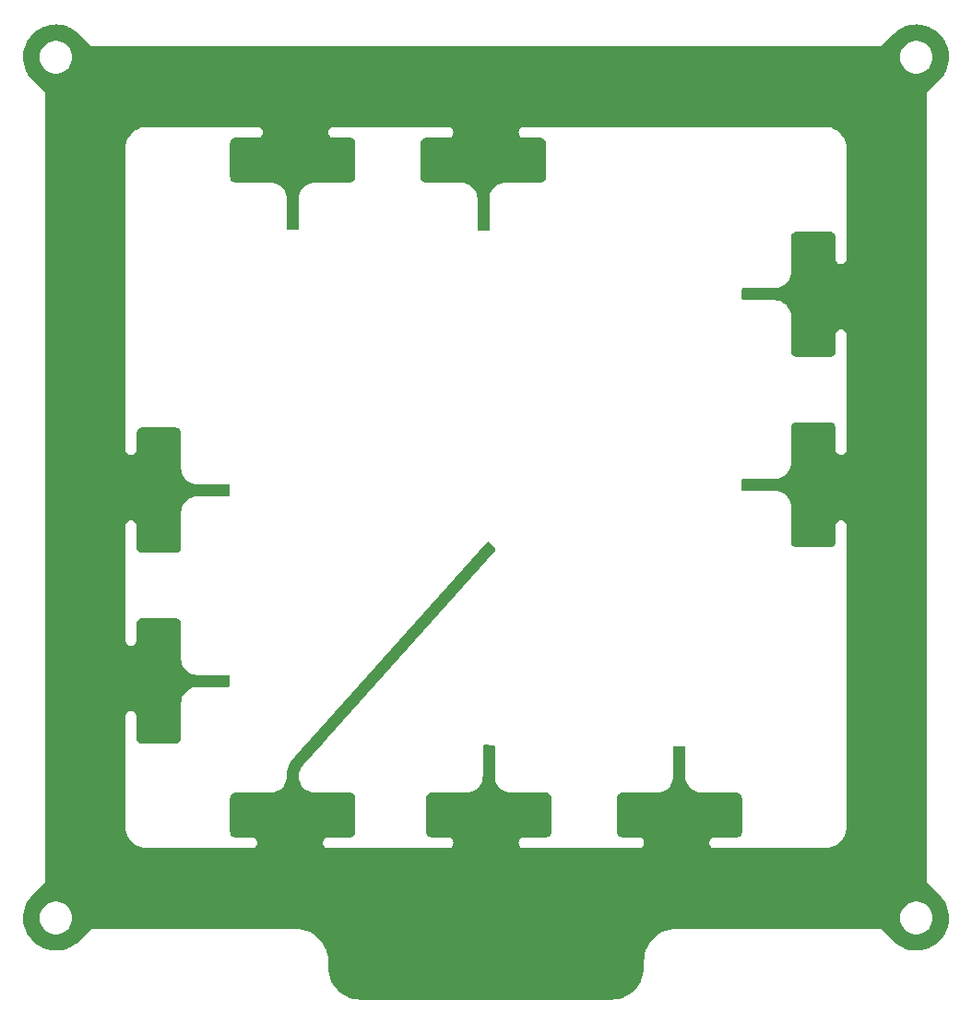
<source format=gbr>
G04 #@! TF.GenerationSoftware,KiCad,Pcbnew,7.0.2-6a45011f42~172~ubuntu22.04.1*
G04 #@! TF.CreationDate,2023-05-18T14:48:33+01:00*
G04 #@! TF.ProjectId,KX134_array,4b583133-345f-4617-9272-61792e6b6963,rev?*
G04 #@! TF.SameCoordinates,Original*
G04 #@! TF.FileFunction,Other,ECO2*
%FSLAX46Y46*%
G04 Gerber Fmt 4.6, Leading zero omitted, Abs format (unit mm)*
G04 Created by KiCad (PCBNEW 7.0.2-6a45011f42~172~ubuntu22.04.1) date 2023-05-18 14:48:33*
%MOMM*%
%LPD*%
G01*
G04 APERTURE LIST*
G04 APERTURE END LIST*
G36*
X207094453Y-40001899D02*
G01*
X207427601Y-40031046D01*
X207441869Y-40033136D01*
X207769381Y-40100762D01*
X207783309Y-40104494D01*
X208100762Y-40209686D01*
X208114164Y-40215010D01*
X208417259Y-40356345D01*
X208429951Y-40363189D01*
X208714582Y-40538753D01*
X208726394Y-40547023D01*
X208988720Y-40754443D01*
X208999492Y-40764030D01*
X209235969Y-41000507D01*
X209245556Y-41011279D01*
X209452976Y-41273605D01*
X209461246Y-41285417D01*
X209636810Y-41570048D01*
X209643654Y-41582740D01*
X209784989Y-41885835D01*
X209790313Y-41899237D01*
X209895505Y-42216690D01*
X209899237Y-42230618D01*
X209966863Y-42558130D01*
X209968953Y-42572398D01*
X209998100Y-42905546D01*
X209998520Y-42919959D01*
X209988794Y-43254248D01*
X209987537Y-43268614D01*
X209939067Y-43599507D01*
X209936151Y-43613629D01*
X209849594Y-43936663D01*
X209845058Y-43950350D01*
X209721589Y-44261141D01*
X209715495Y-44274210D01*
X209556777Y-44568571D01*
X209549207Y-44580844D01*
X209357391Y-44854787D01*
X209348447Y-44866099D01*
X209123757Y-45118581D01*
X209118715Y-45123919D01*
X207997640Y-46242638D01*
X207997639Y-46242641D01*
X208000000Y-118755000D01*
X209118812Y-119876167D01*
X209123670Y-119881321D01*
X209348447Y-120133900D01*
X209357391Y-120145212D01*
X209549207Y-120419155D01*
X209556777Y-120431428D01*
X209715495Y-120725789D01*
X209721589Y-120738858D01*
X209845058Y-121049649D01*
X209849594Y-121063336D01*
X209936151Y-121386370D01*
X209939067Y-121400492D01*
X209987537Y-121731385D01*
X209988794Y-121745751D01*
X209998520Y-122080040D01*
X209998100Y-122094453D01*
X209968953Y-122427601D01*
X209966863Y-122441869D01*
X209899237Y-122769381D01*
X209895505Y-122783309D01*
X209790313Y-123100762D01*
X209784989Y-123114164D01*
X209643654Y-123417259D01*
X209636810Y-123429951D01*
X209461246Y-123714582D01*
X209452976Y-123726394D01*
X209245556Y-123988720D01*
X209235969Y-123999492D01*
X208999492Y-124235969D01*
X208988720Y-124245556D01*
X208726394Y-124452976D01*
X208714582Y-124461246D01*
X208429951Y-124636810D01*
X208417259Y-124643654D01*
X208114164Y-124784989D01*
X208100762Y-124790313D01*
X207783309Y-124895505D01*
X207769381Y-124899237D01*
X207441869Y-124966863D01*
X207427601Y-124968953D01*
X207094453Y-124998100D01*
X207080040Y-124998520D01*
X206745751Y-124988794D01*
X206731385Y-124987537D01*
X206400492Y-124939067D01*
X206386370Y-124936151D01*
X206063336Y-124849594D01*
X206049649Y-124845058D01*
X205738858Y-124721589D01*
X205725789Y-124715495D01*
X205431428Y-124556777D01*
X205419155Y-124549207D01*
X205145212Y-124357391D01*
X205133900Y-124348447D01*
X204881418Y-124123757D01*
X204876080Y-124118715D01*
X203757360Y-122997640D01*
X203757358Y-122997639D01*
X185001418Y-122999674D01*
X184997940Y-122999772D01*
X184667274Y-123018401D01*
X184660381Y-123019179D01*
X184335592Y-123074394D01*
X184328835Y-123075937D01*
X184012270Y-123167169D01*
X184005708Y-123169466D01*
X183701369Y-123295555D01*
X183695091Y-123298579D01*
X183406782Y-123457948D01*
X183400896Y-123461647D01*
X183132234Y-123652299D01*
X183126794Y-123656638D01*
X182881174Y-123876162D01*
X182876250Y-123881086D01*
X182656751Y-124126727D01*
X182652411Y-124132170D01*
X182461781Y-124400858D01*
X182458097Y-124406721D01*
X182298745Y-124695068D01*
X182295727Y-124701334D01*
X182169662Y-125005699D01*
X182167370Y-125012252D01*
X182076175Y-125328812D01*
X182074627Y-125335596D01*
X182019444Y-125660382D01*
X182018668Y-125667274D01*
X182000096Y-125997950D01*
X182000000Y-126001403D01*
X182000000Y-126496519D01*
X181999805Y-126503472D01*
X181981527Y-126828941D01*
X181979970Y-126842759D01*
X181925950Y-127160695D01*
X181922856Y-127174252D01*
X181833576Y-127484148D01*
X181828983Y-127497272D01*
X181705572Y-127795215D01*
X181699539Y-127807744D01*
X181543538Y-128090006D01*
X181536139Y-128101780D01*
X181349528Y-128364783D01*
X181340859Y-128375655D01*
X181125960Y-128616127D01*
X181116127Y-128625960D01*
X180875655Y-128840859D01*
X180864783Y-128849528D01*
X180601780Y-129036139D01*
X180590006Y-129043538D01*
X180307744Y-129199539D01*
X180295215Y-129205572D01*
X179997272Y-129328983D01*
X179984148Y-129333576D01*
X179674252Y-129422856D01*
X179660695Y-129425950D01*
X179342759Y-129479970D01*
X179328941Y-129481527D01*
X179003472Y-129499805D01*
X178996519Y-129500000D01*
X156004567Y-129500000D01*
X155997616Y-129499805D01*
X155672073Y-129481528D01*
X155658248Y-129479970D01*
X155340238Y-129425924D01*
X155326678Y-129422828D01*
X155016731Y-129333511D01*
X155003604Y-129328917D01*
X154705590Y-129205443D01*
X154693059Y-129199407D01*
X154410755Y-129043339D01*
X154398979Y-129035937D01*
X154135938Y-128849242D01*
X154125065Y-128840568D01*
X153884574Y-128625578D01*
X153874741Y-128615742D01*
X153659843Y-128375177D01*
X153651174Y-128364301D01*
X153464575Y-128101191D01*
X153457177Y-128089412D01*
X153301212Y-127807048D01*
X153295181Y-127794516D01*
X153171819Y-127496465D01*
X153167229Y-127483335D01*
X153078023Y-127173349D01*
X153074932Y-127159788D01*
X153021002Y-126841750D01*
X153019450Y-126827928D01*
X153001283Y-126502391D01*
X153001090Y-126495437D01*
X153001269Y-126000778D01*
X153001174Y-125997338D01*
X152982681Y-125666518D01*
X152981907Y-125659633D01*
X152926810Y-125334704D01*
X152925263Y-125327917D01*
X152834125Y-125011218D01*
X152831828Y-125004648D01*
X152705791Y-124700144D01*
X152702780Y-124693887D01*
X152543427Y-124405408D01*
X152539729Y-124399520D01*
X152349079Y-124130716D01*
X152344734Y-124125266D01*
X152125180Y-123879510D01*
X152120258Y-123874587D01*
X151874555Y-123654962D01*
X151869113Y-123650621D01*
X151600356Y-123459896D01*
X151594472Y-123456198D01*
X151306035Y-123296768D01*
X151299782Y-123293756D01*
X150995304Y-123167635D01*
X150988736Y-123165337D01*
X150672047Y-123074110D01*
X150665286Y-123072568D01*
X150340377Y-123017384D01*
X150333466Y-123016606D01*
X150002680Y-122998063D01*
X149999202Y-122997966D01*
X131244999Y-123000000D01*
X130123832Y-124118812D01*
X130118678Y-124123670D01*
X129866099Y-124348447D01*
X129854787Y-124357391D01*
X129580844Y-124549207D01*
X129568571Y-124556777D01*
X129274210Y-124715495D01*
X129261141Y-124721589D01*
X128950350Y-124845058D01*
X128936663Y-124849594D01*
X128613629Y-124936151D01*
X128599507Y-124939067D01*
X128268614Y-124987537D01*
X128254248Y-124988794D01*
X127919959Y-124998520D01*
X127905546Y-124998100D01*
X127572398Y-124968953D01*
X127558130Y-124966863D01*
X127230618Y-124899237D01*
X127216690Y-124895505D01*
X126899237Y-124790313D01*
X126885835Y-124784989D01*
X126582740Y-124643654D01*
X126570048Y-124636810D01*
X126285417Y-124461246D01*
X126273605Y-124452976D01*
X126011279Y-124245556D01*
X126000507Y-124235969D01*
X125764030Y-123999492D01*
X125754443Y-123988720D01*
X125547023Y-123726394D01*
X125538753Y-123714582D01*
X125363189Y-123429951D01*
X125356345Y-123417259D01*
X125215010Y-123114164D01*
X125209686Y-123100762D01*
X125104494Y-122783309D01*
X125100762Y-122769381D01*
X125033136Y-122441869D01*
X125031046Y-122427601D01*
X125001899Y-122094453D01*
X125001479Y-122080040D01*
X125003808Y-122000000D01*
X126499999Y-122000000D01*
X126520457Y-122246887D01*
X126581275Y-122487051D01*
X126680789Y-122713923D01*
X126816286Y-122921315D01*
X126984081Y-123103588D01*
X127179572Y-123255746D01*
X127397460Y-123373661D01*
X127631768Y-123454099D01*
X127876132Y-123494877D01*
X128123868Y-123494877D01*
X128368231Y-123454099D01*
X128602539Y-123373661D01*
X128820427Y-123255746D01*
X129015918Y-123103588D01*
X129183713Y-122921315D01*
X129319210Y-122713923D01*
X129418724Y-122487051D01*
X129479542Y-122246887D01*
X129500000Y-122000000D01*
X205499999Y-122000000D01*
X205520457Y-122246887D01*
X205581275Y-122487051D01*
X205680789Y-122713923D01*
X205816286Y-122921315D01*
X205984081Y-123103588D01*
X206179572Y-123255746D01*
X206397460Y-123373661D01*
X206631768Y-123454099D01*
X206876132Y-123494877D01*
X207123868Y-123494877D01*
X207368231Y-123454099D01*
X207602539Y-123373661D01*
X207820427Y-123255746D01*
X208015918Y-123103588D01*
X208183713Y-122921315D01*
X208319210Y-122713923D01*
X208418724Y-122487051D01*
X208479542Y-122246887D01*
X208500000Y-122000000D01*
X208479542Y-121753112D01*
X208418724Y-121512948D01*
X208319210Y-121286076D01*
X208183713Y-121078684D01*
X208015918Y-120896411D01*
X207820427Y-120744253D01*
X207602539Y-120626338D01*
X207368231Y-120545900D01*
X207123868Y-120505123D01*
X206876132Y-120505123D01*
X206631768Y-120545900D01*
X206397460Y-120626338D01*
X206179572Y-120744253D01*
X205984081Y-120896411D01*
X205816286Y-121078684D01*
X205680789Y-121286076D01*
X205581275Y-121512948D01*
X205520457Y-121753112D01*
X205499999Y-122000000D01*
X129500000Y-122000000D01*
X129500000Y-121999999D01*
X129479542Y-121753112D01*
X129418724Y-121512948D01*
X129319210Y-121286076D01*
X129183713Y-121078684D01*
X129015918Y-120896411D01*
X128820427Y-120744253D01*
X128602539Y-120626338D01*
X128368231Y-120545900D01*
X128123868Y-120505123D01*
X127876132Y-120505123D01*
X127631768Y-120545900D01*
X127397460Y-120626338D01*
X127179572Y-120744253D01*
X126984081Y-120896411D01*
X126816286Y-121078684D01*
X126680789Y-121286076D01*
X126581275Y-121512948D01*
X126520457Y-121753112D01*
X126499999Y-122000000D01*
X125003808Y-122000000D01*
X125011205Y-121745751D01*
X125012462Y-121731385D01*
X125060932Y-121400492D01*
X125063848Y-121386370D01*
X125150405Y-121063336D01*
X125154941Y-121049649D01*
X125278410Y-120738858D01*
X125284504Y-120725789D01*
X125443222Y-120431428D01*
X125450792Y-120419155D01*
X125642608Y-120145212D01*
X125651552Y-120133900D01*
X125876242Y-119881418D01*
X125881284Y-119876080D01*
X127002359Y-118757361D01*
X127002360Y-118757358D01*
X127002192Y-113597783D01*
X134399999Y-113597783D01*
X134400157Y-113602207D01*
X134420357Y-113884630D01*
X134481012Y-114163459D01*
X134580738Y-114430832D01*
X134717493Y-114681282D01*
X134888500Y-114909721D01*
X135090275Y-115111496D01*
X135318719Y-115282508D01*
X135569166Y-115419261D01*
X135836539Y-115518987D01*
X136115368Y-115579642D01*
X136397789Y-115599841D01*
X136402215Y-115600000D01*
X145995947Y-115600000D01*
X146004019Y-115599470D01*
X146129410Y-115582962D01*
X146249999Y-115533013D01*
X146353553Y-115453553D01*
X146395788Y-115398513D01*
X146452216Y-115357311D01*
X146494163Y-115350000D01*
X152505836Y-115350000D01*
X152572875Y-115369685D01*
X152604212Y-115398514D01*
X152646445Y-115453554D01*
X152750000Y-115533014D01*
X152870589Y-115582963D01*
X152995980Y-115599471D01*
X153004053Y-115600000D01*
X163995946Y-115600000D01*
X164004019Y-115599470D01*
X164129410Y-115582962D01*
X164249999Y-115533013D01*
X164353553Y-115453553D01*
X164395788Y-115398513D01*
X164452216Y-115357311D01*
X164494163Y-115350000D01*
X170505836Y-115350000D01*
X170572875Y-115369685D01*
X170604212Y-115398514D01*
X170646445Y-115453554D01*
X170750000Y-115533014D01*
X170870589Y-115582963D01*
X170995980Y-115599471D01*
X171004053Y-115600000D01*
X181495946Y-115600000D01*
X181504019Y-115599470D01*
X181629410Y-115582962D01*
X181749999Y-115533013D01*
X181853553Y-115453553D01*
X181895788Y-115398513D01*
X181952216Y-115357311D01*
X181994163Y-115350000D01*
X188005836Y-115350000D01*
X188072875Y-115369685D01*
X188104212Y-115398514D01*
X188146445Y-115453554D01*
X188249999Y-115533014D01*
X188370591Y-115582964D01*
X188495977Y-115599470D01*
X188504055Y-115600000D01*
X198597785Y-115600000D01*
X198602210Y-115599841D01*
X198884631Y-115579642D01*
X199163460Y-115518987D01*
X199430833Y-115419261D01*
X199681280Y-115282508D01*
X199909723Y-115111496D01*
X200111496Y-114909723D01*
X200282508Y-114681280D01*
X200419261Y-114430833D01*
X200518987Y-114163460D01*
X200579642Y-113884631D01*
X200599841Y-113602210D01*
X200600000Y-113597784D01*
X200600000Y-86004053D01*
X200599470Y-85995980D01*
X200582962Y-85870589D01*
X200533013Y-85750000D01*
X200453553Y-85646446D01*
X200398513Y-85604212D01*
X200357311Y-85547784D01*
X200350000Y-85505837D01*
X200350000Y-79494163D01*
X200369685Y-79427124D01*
X200398515Y-79395786D01*
X200453555Y-79353553D01*
X200533014Y-79249999D01*
X200582963Y-79129410D01*
X200599471Y-79004019D01*
X200600000Y-78995946D01*
X200600000Y-68504053D01*
X200599470Y-68495980D01*
X200582962Y-68370589D01*
X200533013Y-68250000D01*
X200453553Y-68146446D01*
X200398513Y-68104212D01*
X200357311Y-68047784D01*
X200350000Y-68005837D01*
X200350000Y-61994163D01*
X200369685Y-61927124D01*
X200398515Y-61895786D01*
X200453555Y-61853553D01*
X200533014Y-61749999D01*
X200582963Y-61629410D01*
X200599471Y-61504019D01*
X200600001Y-61495946D01*
X200600001Y-51402215D01*
X200599842Y-51397791D01*
X200579642Y-51115368D01*
X200518987Y-50836539D01*
X200419261Y-50569167D01*
X200282508Y-50318720D01*
X200111495Y-50090275D01*
X199909724Y-49888503D01*
X199681280Y-49717491D01*
X199430833Y-49580738D01*
X199163461Y-49481012D01*
X198884632Y-49420357D01*
X198602211Y-49400158D01*
X198597786Y-49400000D01*
X171004053Y-49400000D01*
X170995980Y-49400529D01*
X170870589Y-49417037D01*
X170750000Y-49466986D01*
X170646446Y-49546446D01*
X170604212Y-49601487D01*
X170547784Y-49642689D01*
X170505837Y-49650000D01*
X164494164Y-49650000D01*
X164427125Y-49630315D01*
X164395788Y-49601486D01*
X164353554Y-49546445D01*
X164249999Y-49466985D01*
X164129410Y-49417036D01*
X164004019Y-49400528D01*
X163995946Y-49399999D01*
X153504053Y-49399999D01*
X153495980Y-49400529D01*
X153370589Y-49417037D01*
X153250000Y-49466986D01*
X153146446Y-49546446D01*
X153104212Y-49601487D01*
X153047784Y-49642689D01*
X153005837Y-49650000D01*
X146994164Y-49650000D01*
X146927125Y-49630315D01*
X146895788Y-49601486D01*
X146853554Y-49546445D01*
X146749999Y-49466985D01*
X146629410Y-49417036D01*
X146504019Y-49400528D01*
X146495946Y-49399999D01*
X136402215Y-49399999D01*
X136397789Y-49400158D01*
X136115368Y-49420357D01*
X135836539Y-49481012D01*
X135569166Y-49580738D01*
X135318719Y-49717491D01*
X135090276Y-49888503D01*
X134888503Y-50090276D01*
X134717491Y-50318719D01*
X134580738Y-50569166D01*
X134481012Y-50836539D01*
X134420357Y-51115368D01*
X134400158Y-51397789D01*
X134400000Y-51402215D01*
X134400000Y-78995946D01*
X134400529Y-79004019D01*
X134417037Y-79129410D01*
X134466986Y-79249999D01*
X134546445Y-79353552D01*
X134601486Y-79395786D01*
X134642689Y-79452214D01*
X134650000Y-79494162D01*
X134650000Y-85505836D01*
X134630315Y-85572875D01*
X134601486Y-85604212D01*
X134546445Y-85646445D01*
X134466985Y-85750000D01*
X134417036Y-85870589D01*
X134400528Y-85995980D01*
X134399999Y-86004053D01*
X134399999Y-96495946D01*
X134400529Y-96504019D01*
X134417037Y-96629410D01*
X134466986Y-96749999D01*
X134546445Y-96853552D01*
X134601486Y-96895786D01*
X134642689Y-96952214D01*
X134650000Y-96994162D01*
X134650000Y-103005836D01*
X134630315Y-103072875D01*
X134601486Y-103104212D01*
X134546445Y-103146445D01*
X134466985Y-103250000D01*
X134417036Y-103370589D01*
X134400528Y-103495980D01*
X134399999Y-103504053D01*
X134399999Y-113597783D01*
X127002192Y-113597783D01*
X126999999Y-46244999D01*
X125881187Y-45123832D01*
X125876329Y-45118678D01*
X125651552Y-44866099D01*
X125642608Y-44854787D01*
X125450792Y-44580844D01*
X125443222Y-44568571D01*
X125284504Y-44274210D01*
X125278410Y-44261141D01*
X125154941Y-43950350D01*
X125150405Y-43936663D01*
X125063848Y-43613629D01*
X125060932Y-43599507D01*
X125012462Y-43268614D01*
X125011205Y-43254248D01*
X125003808Y-42999999D01*
X126499999Y-42999999D01*
X126520457Y-43246887D01*
X126581275Y-43487051D01*
X126680789Y-43713923D01*
X126816286Y-43921315D01*
X126984081Y-44103588D01*
X127179572Y-44255746D01*
X127397460Y-44373661D01*
X127631768Y-44454099D01*
X127876132Y-44494877D01*
X128123868Y-44494877D01*
X128368231Y-44454099D01*
X128602539Y-44373661D01*
X128820427Y-44255746D01*
X129015918Y-44103588D01*
X129183713Y-43921315D01*
X129319210Y-43713923D01*
X129418724Y-43487051D01*
X129479542Y-43246887D01*
X129500000Y-43000000D01*
X205499999Y-43000000D01*
X205520457Y-43246887D01*
X205581275Y-43487051D01*
X205680789Y-43713923D01*
X205816286Y-43921315D01*
X205984081Y-44103588D01*
X206179572Y-44255746D01*
X206397460Y-44373661D01*
X206631768Y-44454099D01*
X206876132Y-44494877D01*
X207123868Y-44494877D01*
X207368231Y-44454099D01*
X207602539Y-44373661D01*
X207820427Y-44255746D01*
X208015918Y-44103588D01*
X208183713Y-43921315D01*
X208319210Y-43713923D01*
X208418724Y-43487051D01*
X208479542Y-43246887D01*
X208500000Y-43000000D01*
X208479542Y-42753112D01*
X208418724Y-42512948D01*
X208319210Y-42286076D01*
X208183713Y-42078684D01*
X208015918Y-41896411D01*
X207820427Y-41744253D01*
X207602539Y-41626338D01*
X207368231Y-41545900D01*
X207123868Y-41505123D01*
X206876132Y-41505123D01*
X206631768Y-41545900D01*
X206397460Y-41626338D01*
X206179572Y-41744253D01*
X205984081Y-41896411D01*
X205816286Y-42078684D01*
X205680789Y-42286076D01*
X205581275Y-42512948D01*
X205520457Y-42753112D01*
X205499999Y-43000000D01*
X129500000Y-43000000D01*
X129500000Y-42999999D01*
X129479542Y-42753112D01*
X129418724Y-42512948D01*
X129319210Y-42286076D01*
X129183713Y-42078684D01*
X129015918Y-41896411D01*
X128820427Y-41744253D01*
X128602539Y-41626338D01*
X128368231Y-41545900D01*
X128123868Y-41505123D01*
X127876132Y-41505123D01*
X127631768Y-41545900D01*
X127397460Y-41626338D01*
X127179572Y-41744253D01*
X126984081Y-41896411D01*
X126816286Y-42078684D01*
X126680789Y-42286076D01*
X126581275Y-42512948D01*
X126520457Y-42753112D01*
X126499999Y-42999999D01*
X125003808Y-42999999D01*
X125001479Y-42919959D01*
X125001899Y-42905546D01*
X125031046Y-42572398D01*
X125033136Y-42558130D01*
X125100762Y-42230618D01*
X125104494Y-42216690D01*
X125209686Y-41899237D01*
X125215010Y-41885835D01*
X125356345Y-41582740D01*
X125363189Y-41570048D01*
X125538753Y-41285417D01*
X125547023Y-41273605D01*
X125754443Y-41011279D01*
X125764030Y-41000507D01*
X126000507Y-40764030D01*
X126011279Y-40754443D01*
X126273605Y-40547023D01*
X126285417Y-40538753D01*
X126570048Y-40363189D01*
X126582740Y-40356345D01*
X126885835Y-40215010D01*
X126899237Y-40209686D01*
X127216690Y-40104494D01*
X127230618Y-40100762D01*
X127558130Y-40033136D01*
X127572398Y-40031046D01*
X127905546Y-40001899D01*
X127919959Y-40001479D01*
X128254248Y-40011205D01*
X128268614Y-40012462D01*
X128599507Y-40060932D01*
X128613629Y-40063848D01*
X128936663Y-40150405D01*
X128950350Y-40154941D01*
X129261141Y-40278410D01*
X129274210Y-40284504D01*
X129568571Y-40443222D01*
X129580844Y-40450792D01*
X129854787Y-40642608D01*
X129866099Y-40651552D01*
X130118581Y-40876242D01*
X130123919Y-40881284D01*
X131242638Y-42002359D01*
X131242641Y-42002360D01*
X203755000Y-41999999D01*
X204876167Y-40881187D01*
X204881321Y-40876329D01*
X205133900Y-40651552D01*
X205145212Y-40642608D01*
X205419155Y-40450792D01*
X205431428Y-40443222D01*
X205725789Y-40284504D01*
X205738858Y-40278410D01*
X206049649Y-40154941D01*
X206063336Y-40150405D01*
X206386370Y-40063848D01*
X206400492Y-40060932D01*
X206731385Y-40012462D01*
X206745751Y-40011205D01*
X207080040Y-40001479D01*
X207094453Y-40001899D01*
G37*
G36*
X167695812Y-87465950D02*
G01*
X167746678Y-87496678D01*
X168348861Y-88098861D01*
X168382346Y-88160184D01*
X168377362Y-88229876D01*
X168353595Y-88269219D01*
X150724697Y-107974698D01*
X150723748Y-107975795D01*
X150648948Y-108063384D01*
X150590440Y-108101576D01*
X150520572Y-108102074D01*
X150466978Y-108070532D01*
X149863809Y-107467363D01*
X149830324Y-107406040D01*
X149835308Y-107336348D01*
X149858263Y-107297922D01*
X149946880Y-107196876D01*
X167566582Y-87501682D01*
X167625951Y-87464844D01*
X167695812Y-87465950D01*
G37*
G36*
X200653031Y-49150149D02*
G01*
X200668420Y-49150905D01*
X200680527Y-49152098D01*
X200692745Y-49153910D01*
X200704680Y-49156283D01*
X200716658Y-49159283D01*
X200728311Y-49162818D01*
X200739936Y-49166978D01*
X200751173Y-49171633D01*
X200762341Y-49176915D01*
X200773072Y-49182651D01*
X200783670Y-49189003D01*
X200793787Y-49195762D01*
X200803702Y-49203115D01*
X200813106Y-49210833D01*
X200822258Y-49219127D01*
X200830872Y-49227741D01*
X200839166Y-49236893D01*
X200846884Y-49246297D01*
X200854237Y-49256212D01*
X200860996Y-49266329D01*
X200867348Y-49276927D01*
X200873084Y-49287658D01*
X200878366Y-49298826D01*
X200883021Y-49310063D01*
X200887181Y-49321688D01*
X200890716Y-49333341D01*
X200893716Y-49345319D01*
X200896089Y-49357254D01*
X200897901Y-49369472D01*
X200899094Y-49381578D01*
X200899848Y-49396924D01*
X200899997Y-49403103D01*
X200850002Y-115597148D01*
X200849848Y-115603235D01*
X200849081Y-115618604D01*
X200847878Y-115630716D01*
X200846054Y-115642945D01*
X200843675Y-115654861D01*
X200840669Y-115666828D01*
X200837122Y-115678489D01*
X200832950Y-115690119D01*
X200828290Y-115701346D01*
X200823001Y-115712508D01*
X200817255Y-115723238D01*
X200810897Y-115733828D01*
X200804124Y-115743949D01*
X200796761Y-115753860D01*
X200789042Y-115763250D01*
X200780748Y-115772388D01*
X200772127Y-115780996D01*
X200762962Y-115789289D01*
X200753562Y-115796992D01*
X200743636Y-115804343D01*
X200733503Y-115811103D01*
X200722903Y-115817445D01*
X200712166Y-115823172D01*
X200701005Y-115828440D01*
X200689773Y-115833083D01*
X200678136Y-115837238D01*
X200666467Y-115840768D01*
X200654479Y-115843760D01*
X200642562Y-115846121D01*
X200630329Y-115847927D01*
X200618258Y-115849110D01*
X200603019Y-115849853D01*
X200596980Y-115850000D01*
X134403053Y-115850000D01*
X134396961Y-115849850D01*
X134381571Y-115849093D01*
X134369472Y-115847901D01*
X134357254Y-115846089D01*
X134345319Y-115843716D01*
X134333341Y-115840716D01*
X134321688Y-115837181D01*
X134310063Y-115833021D01*
X134298826Y-115828366D01*
X134287658Y-115823084D01*
X134276927Y-115817348D01*
X134266329Y-115810996D01*
X134256212Y-115804237D01*
X134246297Y-115796884D01*
X134236893Y-115789166D01*
X134227741Y-115780872D01*
X134219127Y-115772258D01*
X134210833Y-115763106D01*
X134203115Y-115753702D01*
X134195762Y-115743787D01*
X134189003Y-115733670D01*
X134182651Y-115723072D01*
X134176915Y-115712341D01*
X134171633Y-115701173D01*
X134166978Y-115689936D01*
X134162818Y-115678311D01*
X134159283Y-115666658D01*
X134156283Y-115654680D01*
X134153910Y-115642745D01*
X134152098Y-115630527D01*
X134150905Y-115618420D01*
X134150149Y-115603031D01*
X134150000Y-115596947D01*
X134150000Y-113597783D01*
X134399999Y-113597783D01*
X134400157Y-113602207D01*
X134420357Y-113884630D01*
X134481012Y-114163459D01*
X134580738Y-114430832D01*
X134717493Y-114681282D01*
X134888500Y-114909721D01*
X135090275Y-115111496D01*
X135318719Y-115282508D01*
X135569166Y-115419261D01*
X135836539Y-115518987D01*
X136115368Y-115579642D01*
X136397789Y-115599841D01*
X136402215Y-115600000D01*
X145995947Y-115600000D01*
X146004019Y-115599470D01*
X146129410Y-115582962D01*
X146249999Y-115533013D01*
X146353553Y-115453553D01*
X146433013Y-115349999D01*
X146482962Y-115229410D01*
X146500000Y-115100000D01*
X146482962Y-114970589D01*
X146433013Y-114850000D01*
X146353553Y-114746446D01*
X146250001Y-114666987D01*
X146129409Y-114617037D01*
X146004018Y-114600528D01*
X145995947Y-114599999D01*
X144508125Y-114599999D01*
X144491940Y-114598938D01*
X144386776Y-114585093D01*
X144355508Y-114576715D01*
X144265081Y-114539259D01*
X144237048Y-114523074D01*
X144159398Y-114463491D01*
X144136508Y-114440601D01*
X144076925Y-114362951D01*
X144060740Y-114334918D01*
X144023284Y-114244491D01*
X144014906Y-114213223D01*
X144001061Y-114108059D01*
X144000000Y-114091874D01*
X144000000Y-111008121D01*
X144001061Y-110991937D01*
X144014904Y-110886778D01*
X144023282Y-110855509D01*
X144060739Y-110765081D01*
X144076925Y-110737047D01*
X144136511Y-110659394D01*
X144159400Y-110636505D01*
X144237049Y-110576923D01*
X144265083Y-110560738D01*
X144355508Y-110523283D01*
X144386775Y-110514905D01*
X144491941Y-110501060D01*
X144508126Y-110499999D01*
X147697554Y-110500000D01*
X147702434Y-110499809D01*
X147934653Y-110481532D01*
X148163525Y-110426586D01*
X148380987Y-110336509D01*
X148581680Y-110213524D01*
X148760661Y-110060661D01*
X148913524Y-109881680D01*
X149036509Y-109680987D01*
X149126586Y-109463525D01*
X149181532Y-109234653D01*
X149200001Y-109000000D01*
X149221285Y-108675259D01*
X149223402Y-108659182D01*
X149285304Y-108347981D01*
X149289502Y-108332314D01*
X149391494Y-108031855D01*
X149397701Y-108016869D01*
X149538041Y-107732288D01*
X149546151Y-107718241D01*
X149722434Y-107454415D01*
X149732308Y-107441547D01*
X149946879Y-107196877D01*
X151169483Y-105830254D01*
X151228852Y-105793416D01*
X151262558Y-105788933D01*
X152398064Y-105794979D01*
X152464998Y-105815020D01*
X152510471Y-105868067D01*
X152520046Y-105937277D01*
X152490683Y-106000678D01*
X152489819Y-106001653D01*
X150724697Y-107974698D01*
X150723729Y-107975816D01*
X150576926Y-108147711D01*
X150458042Y-108341713D01*
X150370968Y-108551925D01*
X150317853Y-108773168D01*
X150300001Y-108999998D01*
X150318468Y-109234651D01*
X150373415Y-109463524D01*
X150463491Y-109680986D01*
X150586474Y-109881675D01*
X150739341Y-110060658D01*
X150918324Y-110213525D01*
X151119013Y-110336508D01*
X151336475Y-110426584D01*
X151565348Y-110481531D01*
X151797567Y-110499807D01*
X151802447Y-110499999D01*
X154991874Y-110499999D01*
X155008060Y-110501060D01*
X155113224Y-110514906D01*
X155144491Y-110523284D01*
X155234918Y-110560740D01*
X155262951Y-110576925D01*
X155340601Y-110636508D01*
X155363491Y-110659398D01*
X155423074Y-110737048D01*
X155439259Y-110765081D01*
X155476715Y-110855508D01*
X155485093Y-110886775D01*
X155498939Y-110991939D01*
X155500000Y-111008125D01*
X155500000Y-114091875D01*
X155498939Y-114108059D01*
X155485095Y-114213222D01*
X155476717Y-114244491D01*
X155439260Y-114334919D01*
X155423075Y-114362952D01*
X155363492Y-114440602D01*
X155340602Y-114463492D01*
X155262952Y-114523075D01*
X155234918Y-114539260D01*
X155144490Y-114576716D01*
X155113223Y-114585094D01*
X155008060Y-114598939D01*
X154991875Y-114600000D01*
X153004054Y-114600000D01*
X152995977Y-114600530D01*
X152870591Y-114617036D01*
X152749999Y-114666986D01*
X152646445Y-114746446D01*
X152566986Y-114850001D01*
X152517037Y-114970590D01*
X152500000Y-115100000D01*
X152517036Y-115229409D01*
X152566987Y-115350001D01*
X152646445Y-115453554D01*
X152750000Y-115533014D01*
X152870589Y-115582963D01*
X152995980Y-115599471D01*
X153004053Y-115600000D01*
X163995946Y-115600000D01*
X164004019Y-115599470D01*
X164129410Y-115582962D01*
X164249999Y-115533013D01*
X164353553Y-115453553D01*
X164433013Y-115349999D01*
X164482962Y-115229410D01*
X164500000Y-115100000D01*
X164482962Y-114970589D01*
X164433013Y-114850000D01*
X164353553Y-114746446D01*
X164250001Y-114666987D01*
X164129409Y-114617037D01*
X164004018Y-114600528D01*
X163995947Y-114599999D01*
X162508125Y-114599999D01*
X162491940Y-114598938D01*
X162386776Y-114585093D01*
X162355508Y-114576715D01*
X162265081Y-114539259D01*
X162237048Y-114523074D01*
X162159398Y-114463491D01*
X162136508Y-114440601D01*
X162076925Y-114362951D01*
X162060740Y-114334918D01*
X162023284Y-114244491D01*
X162014906Y-114213223D01*
X162001061Y-114108059D01*
X162000000Y-114091874D01*
X162000000Y-111008121D01*
X162001061Y-110991937D01*
X162014904Y-110886778D01*
X162023282Y-110855509D01*
X162060739Y-110765081D01*
X162076925Y-110737047D01*
X162136511Y-110659394D01*
X162159400Y-110636505D01*
X162237049Y-110576923D01*
X162265083Y-110560738D01*
X162355508Y-110523283D01*
X162386775Y-110514905D01*
X162491941Y-110501060D01*
X162508126Y-110499999D01*
X165697554Y-110499999D01*
X165702434Y-110499808D01*
X165934653Y-110481532D01*
X166163525Y-110426586D01*
X166380987Y-110336509D01*
X166581677Y-110213526D01*
X166760660Y-110060660D01*
X166913527Y-109881676D01*
X167036510Y-109680987D01*
X167126586Y-109463525D01*
X167181533Y-109234652D01*
X167199810Y-109002434D01*
X167200001Y-108997554D01*
X167200000Y-106248462D01*
X167219685Y-106181423D01*
X167272488Y-106135668D01*
X167324660Y-106124464D01*
X168176660Y-106129001D01*
X168243594Y-106149042D01*
X168289067Y-106202089D01*
X168300000Y-106252999D01*
X168300000Y-108997553D01*
X168300192Y-109002434D01*
X168318467Y-109234652D01*
X168373414Y-109463525D01*
X168463491Y-109680987D01*
X168586476Y-109881680D01*
X168739339Y-110060661D01*
X168918320Y-110213524D01*
X169119013Y-110336509D01*
X169336475Y-110426585D01*
X169565348Y-110481532D01*
X169797567Y-110499808D01*
X169802447Y-110500000D01*
X172991874Y-110500000D01*
X173008059Y-110501061D01*
X173113223Y-110514906D01*
X173144491Y-110523284D01*
X173234918Y-110560740D01*
X173262951Y-110576925D01*
X173340601Y-110636508D01*
X173363491Y-110659398D01*
X173423074Y-110737048D01*
X173439259Y-110765081D01*
X173476715Y-110855508D01*
X173485093Y-110886775D01*
X173498939Y-110991939D01*
X173500000Y-111008125D01*
X173500000Y-114091874D01*
X173498939Y-114108060D01*
X173485093Y-114213224D01*
X173476715Y-114244491D01*
X173439259Y-114334918D01*
X173423074Y-114362951D01*
X173363491Y-114440601D01*
X173340601Y-114463491D01*
X173262951Y-114523074D01*
X173234918Y-114539259D01*
X173144491Y-114576715D01*
X173113223Y-114585093D01*
X173008059Y-114598938D01*
X172991874Y-114599999D01*
X171004053Y-114599999D01*
X170995980Y-114600529D01*
X170870589Y-114617037D01*
X170750000Y-114666986D01*
X170646446Y-114746446D01*
X170566986Y-114850000D01*
X170517037Y-114970589D01*
X170500000Y-115100000D01*
X170517036Y-115229409D01*
X170566987Y-115350001D01*
X170646445Y-115453554D01*
X170750000Y-115533014D01*
X170870589Y-115582963D01*
X170995980Y-115599471D01*
X171004053Y-115600000D01*
X181495946Y-115600000D01*
X181504019Y-115599470D01*
X181629410Y-115582962D01*
X181749999Y-115533013D01*
X181853553Y-115453553D01*
X181933013Y-115349999D01*
X181982962Y-115229410D01*
X182000000Y-115099999D01*
X181982962Y-114970589D01*
X181933013Y-114850000D01*
X181853553Y-114746446D01*
X181750001Y-114666987D01*
X181629409Y-114617037D01*
X181504018Y-114600528D01*
X181495947Y-114599999D01*
X180008125Y-114599999D01*
X179991940Y-114598938D01*
X179886776Y-114585093D01*
X179855508Y-114576715D01*
X179765081Y-114539259D01*
X179737048Y-114523074D01*
X179659398Y-114463491D01*
X179636508Y-114440601D01*
X179576925Y-114362951D01*
X179560740Y-114334918D01*
X179523284Y-114244491D01*
X179514906Y-114213223D01*
X179501061Y-114108059D01*
X179500000Y-114091874D01*
X179500000Y-111008121D01*
X179501061Y-110991937D01*
X179514904Y-110886778D01*
X179523282Y-110855509D01*
X179560739Y-110765081D01*
X179576925Y-110737047D01*
X179636511Y-110659394D01*
X179659400Y-110636505D01*
X179737049Y-110576923D01*
X179765083Y-110560738D01*
X179855508Y-110523283D01*
X179886775Y-110514905D01*
X179991941Y-110501060D01*
X180008126Y-110499999D01*
X183197554Y-110499999D01*
X183202434Y-110499808D01*
X183434653Y-110481532D01*
X183663525Y-110426586D01*
X183880987Y-110336509D01*
X184081677Y-110213526D01*
X184260660Y-110060660D01*
X184413527Y-109881676D01*
X184536510Y-109680987D01*
X184626586Y-109463525D01*
X184681533Y-109234652D01*
X184699810Y-109002434D01*
X184700001Y-108997554D01*
X184700000Y-106341647D01*
X184719685Y-106274608D01*
X184772488Y-106228853D01*
X184824660Y-106217649D01*
X185676660Y-106222186D01*
X185743594Y-106242227D01*
X185789067Y-106295274D01*
X185800000Y-106346184D01*
X185800000Y-108997553D01*
X185800192Y-109002434D01*
X185818467Y-109234652D01*
X185873414Y-109463525D01*
X185963491Y-109680987D01*
X186086476Y-109881680D01*
X186239339Y-110060661D01*
X186418320Y-110213524D01*
X186619013Y-110336509D01*
X186836475Y-110426585D01*
X187065348Y-110481532D01*
X187297567Y-110499808D01*
X187302447Y-110500000D01*
X190491874Y-110500000D01*
X190508059Y-110501061D01*
X190613223Y-110514906D01*
X190644491Y-110523284D01*
X190734918Y-110560740D01*
X190762951Y-110576925D01*
X190840601Y-110636508D01*
X190863491Y-110659398D01*
X190923074Y-110737048D01*
X190939259Y-110765081D01*
X190976715Y-110855508D01*
X190985093Y-110886775D01*
X190998939Y-110991939D01*
X191000000Y-111008125D01*
X191000000Y-114091875D01*
X190998939Y-114108059D01*
X190985095Y-114213222D01*
X190976717Y-114244491D01*
X190939260Y-114334919D01*
X190923075Y-114362952D01*
X190863492Y-114440602D01*
X190840602Y-114463492D01*
X190762952Y-114523075D01*
X190734918Y-114539260D01*
X190644490Y-114576716D01*
X190613223Y-114585094D01*
X190508060Y-114598939D01*
X190491875Y-114600000D01*
X188504054Y-114600000D01*
X188495977Y-114600530D01*
X188370591Y-114617036D01*
X188249999Y-114666986D01*
X188146445Y-114746446D01*
X188066986Y-114850001D01*
X188017037Y-114970590D01*
X188000000Y-115100000D01*
X188017036Y-115229409D01*
X188066987Y-115350001D01*
X188146445Y-115453554D01*
X188249999Y-115533014D01*
X188370591Y-115582964D01*
X188495977Y-115599470D01*
X188504055Y-115600000D01*
X198597785Y-115600000D01*
X198602210Y-115599841D01*
X198884631Y-115579642D01*
X199163460Y-115518987D01*
X199430833Y-115419261D01*
X199681280Y-115282508D01*
X199909723Y-115111496D01*
X200111496Y-114909723D01*
X200282508Y-114681280D01*
X200419261Y-114430833D01*
X200518987Y-114163460D01*
X200579642Y-113884631D01*
X200599841Y-113602210D01*
X200600000Y-113597784D01*
X200600000Y-86004053D01*
X200599470Y-85995980D01*
X200582962Y-85870589D01*
X200533013Y-85750000D01*
X200453553Y-85646446D01*
X200349999Y-85566986D01*
X200229410Y-85517037D01*
X200099999Y-85499999D01*
X199970589Y-85517037D01*
X199850000Y-85566986D01*
X199746446Y-85646446D01*
X199666987Y-85749998D01*
X199617037Y-85870590D01*
X199600528Y-85995981D01*
X199599999Y-86004053D01*
X199599999Y-87491874D01*
X199598938Y-87508059D01*
X199585093Y-87613223D01*
X199576715Y-87644491D01*
X199539259Y-87734918D01*
X199523074Y-87762951D01*
X199463491Y-87840601D01*
X199440601Y-87863491D01*
X199362951Y-87923074D01*
X199334918Y-87939259D01*
X199244491Y-87976715D01*
X199213223Y-87985093D01*
X199108059Y-87998938D01*
X199091874Y-87999999D01*
X196008121Y-87999999D01*
X195991937Y-87998938D01*
X195886778Y-87985095D01*
X195855509Y-87976717D01*
X195765081Y-87939260D01*
X195737047Y-87923074D01*
X195659394Y-87863488D01*
X195636505Y-87840599D01*
X195576923Y-87762950D01*
X195560738Y-87734916D01*
X195523283Y-87644491D01*
X195514905Y-87613224D01*
X195501060Y-87508058D01*
X195499999Y-87491873D01*
X195499999Y-84302445D01*
X195499808Y-84297565D01*
X195481532Y-84065346D01*
X195426586Y-83836474D01*
X195336509Y-83619012D01*
X195213526Y-83418322D01*
X195060660Y-83239339D01*
X194881676Y-83086472D01*
X194680987Y-82963489D01*
X194463525Y-82873413D01*
X194234652Y-82818466D01*
X194002434Y-82800189D01*
X193997554Y-82799998D01*
X191073944Y-82799999D01*
X191006905Y-82780314D01*
X190961150Y-82727511D01*
X190949944Y-82675736D01*
X190951749Y-81823736D01*
X190971576Y-81756739D01*
X191024477Y-81711096D01*
X191075749Y-81699999D01*
X193997553Y-81699999D01*
X194002434Y-81699807D01*
X194234652Y-81681532D01*
X194463525Y-81626585D01*
X194680987Y-81536508D01*
X194881680Y-81413523D01*
X195060661Y-81260660D01*
X195213524Y-81081679D01*
X195336509Y-80880986D01*
X195426585Y-80663524D01*
X195481532Y-80434651D01*
X195499808Y-80202432D01*
X195500000Y-80197552D01*
X195500000Y-77008125D01*
X195501061Y-76991940D01*
X195514906Y-76886776D01*
X195523284Y-76855508D01*
X195560740Y-76765081D01*
X195576925Y-76737048D01*
X195636508Y-76659398D01*
X195659398Y-76636508D01*
X195737048Y-76576925D01*
X195765081Y-76560740D01*
X195855508Y-76523284D01*
X195886775Y-76514906D01*
X195991939Y-76501060D01*
X196008125Y-76499999D01*
X199091875Y-76499999D01*
X199108059Y-76501060D01*
X199213222Y-76514904D01*
X199244491Y-76523282D01*
X199334919Y-76560739D01*
X199362952Y-76576924D01*
X199440602Y-76636507D01*
X199463492Y-76659397D01*
X199523075Y-76737047D01*
X199539260Y-76765081D01*
X199576716Y-76855509D01*
X199585094Y-76886776D01*
X199598939Y-76991939D01*
X199600000Y-77008124D01*
X199600000Y-78995945D01*
X199600530Y-79004022D01*
X199617036Y-79129408D01*
X199666986Y-79250000D01*
X199746446Y-79353554D01*
X199850001Y-79433013D01*
X199970590Y-79482962D01*
X200100001Y-79500000D01*
X200229409Y-79482963D01*
X200350001Y-79433012D01*
X200453554Y-79353554D01*
X200533014Y-79249999D01*
X200582963Y-79129410D01*
X200599471Y-79004019D01*
X200600000Y-78995946D01*
X200600000Y-68504053D01*
X200599470Y-68495980D01*
X200582962Y-68370589D01*
X200533013Y-68250000D01*
X200453553Y-68146446D01*
X200349999Y-68066986D01*
X200229410Y-68017037D01*
X200099999Y-67999999D01*
X199970589Y-68017037D01*
X199850000Y-68066986D01*
X199746446Y-68146446D01*
X199666987Y-68249998D01*
X199617037Y-68370590D01*
X199600528Y-68495981D01*
X199599999Y-68504053D01*
X199599999Y-69991874D01*
X199598938Y-70008059D01*
X199585093Y-70113223D01*
X199576715Y-70144491D01*
X199539259Y-70234918D01*
X199523074Y-70262951D01*
X199463491Y-70340601D01*
X199440601Y-70363491D01*
X199362951Y-70423074D01*
X199334918Y-70439259D01*
X199244491Y-70476715D01*
X199213223Y-70485093D01*
X199108059Y-70498938D01*
X199091874Y-70499999D01*
X196008121Y-70499999D01*
X195991937Y-70498938D01*
X195886778Y-70485095D01*
X195855509Y-70476717D01*
X195765081Y-70439260D01*
X195737047Y-70423074D01*
X195659394Y-70363488D01*
X195636505Y-70340599D01*
X195576923Y-70262950D01*
X195560738Y-70234916D01*
X195523283Y-70144491D01*
X195514905Y-70113224D01*
X195501060Y-70008058D01*
X195499999Y-69991873D01*
X195499999Y-66802445D01*
X195499808Y-66797565D01*
X195481532Y-66565346D01*
X195426586Y-66336474D01*
X195336509Y-66119012D01*
X195213526Y-65918322D01*
X195060660Y-65739339D01*
X194881676Y-65586472D01*
X194680987Y-65463489D01*
X194463525Y-65373413D01*
X194234652Y-65318466D01*
X194002434Y-65300189D01*
X193997554Y-65299998D01*
X191111021Y-65299999D01*
X191043982Y-65280314D01*
X190998227Y-65227511D01*
X190987021Y-65175736D01*
X190988826Y-64323736D01*
X191008653Y-64256739D01*
X191061554Y-64211096D01*
X191112826Y-64199999D01*
X193997553Y-64199999D01*
X194002434Y-64199807D01*
X194234652Y-64181532D01*
X194463525Y-64126585D01*
X194680987Y-64036508D01*
X194881680Y-63913523D01*
X195060661Y-63760660D01*
X195213524Y-63581679D01*
X195336509Y-63380986D01*
X195426585Y-63163524D01*
X195481532Y-62934651D01*
X195499808Y-62702432D01*
X195500000Y-62697552D01*
X195500000Y-59508125D01*
X195501061Y-59491940D01*
X195514906Y-59386776D01*
X195523284Y-59355508D01*
X195560740Y-59265081D01*
X195576925Y-59237048D01*
X195636508Y-59159398D01*
X195659398Y-59136508D01*
X195737048Y-59076925D01*
X195765081Y-59060740D01*
X195855508Y-59023284D01*
X195886775Y-59014906D01*
X195991939Y-59001060D01*
X196008125Y-58999999D01*
X199091875Y-58999999D01*
X199108059Y-59001060D01*
X199213222Y-59014904D01*
X199244491Y-59023282D01*
X199334919Y-59060739D01*
X199362952Y-59076924D01*
X199440602Y-59136507D01*
X199463492Y-59159397D01*
X199523075Y-59237047D01*
X199539260Y-59265081D01*
X199576716Y-59355509D01*
X199585094Y-59386776D01*
X199598939Y-59491939D01*
X199600000Y-59508124D01*
X199600000Y-61495945D01*
X199600530Y-61504022D01*
X199617036Y-61629408D01*
X199666986Y-61750000D01*
X199746446Y-61853554D01*
X199850001Y-61933013D01*
X199970590Y-61982962D01*
X200100001Y-62000000D01*
X200229409Y-61982963D01*
X200350001Y-61933012D01*
X200453554Y-61853554D01*
X200533014Y-61749999D01*
X200582963Y-61629410D01*
X200599471Y-61504019D01*
X200600001Y-61495946D01*
X200600001Y-51402215D01*
X200599842Y-51397791D01*
X200579642Y-51115368D01*
X200518987Y-50836539D01*
X200419261Y-50569167D01*
X200282508Y-50318720D01*
X200111495Y-50090275D01*
X199909724Y-49888503D01*
X199681280Y-49717491D01*
X199430833Y-49580738D01*
X199163461Y-49481012D01*
X198884632Y-49420357D01*
X198602211Y-49400158D01*
X198597786Y-49400000D01*
X171004053Y-49400000D01*
X170995980Y-49400529D01*
X170870589Y-49417037D01*
X170750000Y-49466986D01*
X170646446Y-49546446D01*
X170566986Y-49650000D01*
X170517037Y-49770589D01*
X170500000Y-49899999D01*
X170517037Y-50029410D01*
X170566986Y-50149999D01*
X170646446Y-50253553D01*
X170749998Y-50333012D01*
X170870590Y-50382962D01*
X170995981Y-50399471D01*
X171004053Y-50400000D01*
X172491874Y-50400000D01*
X172508059Y-50401061D01*
X172613223Y-50414906D01*
X172644491Y-50423284D01*
X172734918Y-50460740D01*
X172762951Y-50476925D01*
X172840601Y-50536508D01*
X172863491Y-50559398D01*
X172923074Y-50637048D01*
X172939259Y-50665081D01*
X172976715Y-50755508D01*
X172985093Y-50786776D01*
X172998938Y-50891940D01*
X172999999Y-50908125D01*
X172999999Y-53991878D01*
X172998938Y-54008062D01*
X172985095Y-54113221D01*
X172976717Y-54144490D01*
X172939260Y-54234918D01*
X172923074Y-54262952D01*
X172863488Y-54340605D01*
X172840599Y-54363494D01*
X172762950Y-54423076D01*
X172734916Y-54439261D01*
X172644491Y-54476716D01*
X172613224Y-54485094D01*
X172508058Y-54498939D01*
X172491873Y-54500000D01*
X169302445Y-54500000D01*
X169297565Y-54500191D01*
X169065346Y-54518467D01*
X168836474Y-54573413D01*
X168619012Y-54663490D01*
X168418322Y-54786473D01*
X168239339Y-54939339D01*
X168086472Y-55118323D01*
X167963489Y-55319012D01*
X167873413Y-55536474D01*
X167818466Y-55765347D01*
X167800189Y-55997566D01*
X167799998Y-56002446D01*
X167799998Y-58822976D01*
X167780313Y-58890015D01*
X167727509Y-58935770D01*
X167675450Y-58946975D01*
X166823452Y-58943212D01*
X166756500Y-58923231D01*
X166710979Y-58870226D01*
X166700000Y-58819213D01*
X166700000Y-56002446D01*
X166699808Y-55997566D01*
X166681532Y-55765347D01*
X166626585Y-55536474D01*
X166536509Y-55319013D01*
X166413526Y-55118323D01*
X166260659Y-54939340D01*
X166081676Y-54786473D01*
X165880986Y-54663490D01*
X165663525Y-54573414D01*
X165434652Y-54518467D01*
X165202433Y-54500191D01*
X165197554Y-54500000D01*
X162008126Y-54500000D01*
X161991940Y-54498939D01*
X161886775Y-54485093D01*
X161855508Y-54476715D01*
X161765081Y-54439259D01*
X161737048Y-54423074D01*
X161659398Y-54363491D01*
X161636508Y-54340601D01*
X161576925Y-54262951D01*
X161560740Y-54234918D01*
X161523284Y-54144491D01*
X161514906Y-54113224D01*
X161501060Y-54008060D01*
X161499999Y-53991874D01*
X161499999Y-50908124D01*
X161501060Y-50891940D01*
X161514904Y-50786777D01*
X161523282Y-50755508D01*
X161560739Y-50665080D01*
X161576924Y-50637047D01*
X161636507Y-50559397D01*
X161659397Y-50536507D01*
X161737047Y-50476924D01*
X161765081Y-50460739D01*
X161855509Y-50423283D01*
X161886776Y-50414905D01*
X161991939Y-50401060D01*
X162008124Y-50399999D01*
X163995945Y-50399999D01*
X164004022Y-50399469D01*
X164129408Y-50382963D01*
X164250000Y-50333013D01*
X164353554Y-50253553D01*
X164433013Y-50149998D01*
X164482962Y-50029409D01*
X164500000Y-49899998D01*
X164482963Y-49770590D01*
X164433012Y-49649998D01*
X164353554Y-49546445D01*
X164249999Y-49466985D01*
X164129410Y-49417036D01*
X164004019Y-49400528D01*
X163995946Y-49399999D01*
X153504053Y-49399999D01*
X153495980Y-49400529D01*
X153370589Y-49417037D01*
X153250000Y-49466986D01*
X153146446Y-49546446D01*
X153066986Y-49650000D01*
X153017037Y-49770589D01*
X153000000Y-49899999D01*
X153017037Y-50029410D01*
X153066986Y-50149999D01*
X153146446Y-50253553D01*
X153249998Y-50333012D01*
X153370590Y-50382962D01*
X153495981Y-50399471D01*
X153504053Y-50400000D01*
X154991874Y-50400000D01*
X155008059Y-50401061D01*
X155113223Y-50414906D01*
X155144491Y-50423284D01*
X155234918Y-50460740D01*
X155262951Y-50476925D01*
X155340601Y-50536508D01*
X155363491Y-50559398D01*
X155423074Y-50637048D01*
X155439259Y-50665081D01*
X155476715Y-50755508D01*
X155485093Y-50786776D01*
X155498938Y-50891940D01*
X155499999Y-50908125D01*
X155499999Y-53991878D01*
X155498938Y-54008062D01*
X155485095Y-54113221D01*
X155476717Y-54144490D01*
X155439260Y-54234918D01*
X155423074Y-54262952D01*
X155363488Y-54340605D01*
X155340599Y-54363494D01*
X155262950Y-54423076D01*
X155234916Y-54439261D01*
X155144491Y-54476716D01*
X155113224Y-54485094D01*
X155008058Y-54498939D01*
X154991873Y-54500000D01*
X151802445Y-54500000D01*
X151797565Y-54500191D01*
X151565346Y-54518467D01*
X151336474Y-54573413D01*
X151119012Y-54663490D01*
X150918322Y-54786473D01*
X150739339Y-54939339D01*
X150586472Y-55118323D01*
X150463489Y-55319012D01*
X150373413Y-55536474D01*
X150318466Y-55765347D01*
X150300189Y-55997566D01*
X150299998Y-56002446D01*
X150299998Y-58745679D01*
X150280313Y-58812718D01*
X150227509Y-58858473D01*
X150175450Y-58869678D01*
X149323452Y-58865916D01*
X149256501Y-58845935D01*
X149210979Y-58792930D01*
X149200000Y-58741917D01*
X149200000Y-56002446D01*
X149199808Y-55997566D01*
X149181532Y-55765347D01*
X149126585Y-55536474D01*
X149036509Y-55319013D01*
X148913526Y-55118323D01*
X148760659Y-54939340D01*
X148581676Y-54786473D01*
X148380986Y-54663490D01*
X148163525Y-54573414D01*
X147934652Y-54518467D01*
X147702433Y-54500191D01*
X147697554Y-54500000D01*
X144508126Y-54500000D01*
X144491940Y-54498939D01*
X144386775Y-54485093D01*
X144355508Y-54476715D01*
X144265081Y-54439259D01*
X144237048Y-54423074D01*
X144159398Y-54363491D01*
X144136508Y-54340601D01*
X144076925Y-54262951D01*
X144060740Y-54234918D01*
X144023284Y-54144491D01*
X144014906Y-54113224D01*
X144001060Y-54008060D01*
X143999999Y-53991874D01*
X143999999Y-50908124D01*
X144001060Y-50891940D01*
X144014904Y-50786777D01*
X144023282Y-50755508D01*
X144060739Y-50665080D01*
X144076924Y-50637047D01*
X144136507Y-50559397D01*
X144159397Y-50536507D01*
X144237047Y-50476924D01*
X144265081Y-50460739D01*
X144355509Y-50423283D01*
X144386776Y-50414905D01*
X144491939Y-50401060D01*
X144508124Y-50399999D01*
X146495945Y-50399999D01*
X146504022Y-50399469D01*
X146629408Y-50382963D01*
X146750000Y-50333013D01*
X146853554Y-50253553D01*
X146933013Y-50149998D01*
X146982962Y-50029409D01*
X147000000Y-49899998D01*
X146982963Y-49770590D01*
X146933012Y-49649998D01*
X146853554Y-49546445D01*
X146749999Y-49466985D01*
X146629410Y-49417036D01*
X146504019Y-49400528D01*
X146495946Y-49399999D01*
X136402215Y-49399999D01*
X136397789Y-49400158D01*
X136115368Y-49420357D01*
X135836539Y-49481012D01*
X135569166Y-49580738D01*
X135318719Y-49717491D01*
X135090276Y-49888503D01*
X134888503Y-50090276D01*
X134717491Y-50318719D01*
X134580738Y-50569166D01*
X134481012Y-50836539D01*
X134420357Y-51115368D01*
X134400158Y-51397789D01*
X134400000Y-51402215D01*
X134400000Y-78995946D01*
X134400529Y-79004019D01*
X134417037Y-79129410D01*
X134466986Y-79249999D01*
X134546446Y-79353553D01*
X134650000Y-79433013D01*
X134770589Y-79482962D01*
X134900000Y-79500000D01*
X135029410Y-79482962D01*
X135149999Y-79433013D01*
X135253553Y-79353553D01*
X135333012Y-79250001D01*
X135382962Y-79129409D01*
X135399471Y-79004018D01*
X135400000Y-78995946D01*
X135400000Y-77508125D01*
X135401061Y-77491940D01*
X135414906Y-77386776D01*
X135423284Y-77355508D01*
X135460740Y-77265081D01*
X135476925Y-77237048D01*
X135536508Y-77159398D01*
X135559398Y-77136508D01*
X135637048Y-77076925D01*
X135665081Y-77060740D01*
X135755508Y-77023284D01*
X135786776Y-77014906D01*
X135891940Y-77001061D01*
X135908125Y-77000000D01*
X138991878Y-77000000D01*
X139008062Y-77001061D01*
X139113221Y-77014904D01*
X139144490Y-77023282D01*
X139234918Y-77060739D01*
X139262952Y-77076925D01*
X139340605Y-77136511D01*
X139363494Y-77159400D01*
X139423076Y-77237049D01*
X139439261Y-77265083D01*
X139476716Y-77355508D01*
X139485094Y-77386775D01*
X139498939Y-77491941D01*
X139500000Y-77508126D01*
X139499999Y-80697554D01*
X139500190Y-80702434D01*
X139518467Y-80934653D01*
X139573413Y-81163525D01*
X139663490Y-81380987D01*
X139786475Y-81581680D01*
X139939338Y-81760661D01*
X140118319Y-81913524D01*
X140319012Y-82036509D01*
X140536474Y-82126586D01*
X140765346Y-82181532D01*
X140997567Y-82199810D01*
X141002444Y-82200001D01*
X143871355Y-82200000D01*
X143938394Y-82219685D01*
X143984149Y-82272488D01*
X143995355Y-82324238D01*
X143993723Y-83176238D01*
X143973910Y-83243239D01*
X143921018Y-83288893D01*
X143869723Y-83300000D01*
X141002445Y-83300000D01*
X140997565Y-83300191D01*
X140765346Y-83318467D01*
X140536474Y-83373413D01*
X140319012Y-83463490D01*
X140118322Y-83586473D01*
X139939339Y-83739339D01*
X139786472Y-83918323D01*
X139663489Y-84119012D01*
X139573413Y-84336474D01*
X139518466Y-84565347D01*
X139500190Y-84797566D01*
X139499999Y-84802446D01*
X139499999Y-87991874D01*
X139498938Y-88008059D01*
X139485093Y-88113223D01*
X139476715Y-88144491D01*
X139439259Y-88234918D01*
X139423074Y-88262951D01*
X139363491Y-88340601D01*
X139340601Y-88363491D01*
X139262951Y-88423074D01*
X139234918Y-88439259D01*
X139144491Y-88476715D01*
X139113224Y-88485093D01*
X139008060Y-88498939D01*
X138991874Y-88500000D01*
X135908124Y-88500000D01*
X135891940Y-88498939D01*
X135786777Y-88485095D01*
X135755508Y-88476717D01*
X135665080Y-88439260D01*
X135637047Y-88423075D01*
X135559397Y-88363492D01*
X135536507Y-88340602D01*
X135476924Y-88262952D01*
X135460739Y-88234918D01*
X135423283Y-88144490D01*
X135414905Y-88113223D01*
X135401060Y-88008060D01*
X135399999Y-87991875D01*
X135399999Y-86004054D01*
X135399469Y-85995977D01*
X135382963Y-85870591D01*
X135333013Y-85749999D01*
X135253553Y-85646445D01*
X135149998Y-85566986D01*
X135029409Y-85517037D01*
X134899998Y-85499999D01*
X134770590Y-85517036D01*
X134649998Y-85566987D01*
X134546445Y-85646445D01*
X134466985Y-85750000D01*
X134417036Y-85870589D01*
X134400528Y-85995980D01*
X134399999Y-86004053D01*
X134399999Y-96495946D01*
X134400529Y-96504019D01*
X134417037Y-96629410D01*
X134466986Y-96749999D01*
X134546446Y-96853553D01*
X134650000Y-96933013D01*
X134770589Y-96982962D01*
X134900000Y-97000000D01*
X135029410Y-96982962D01*
X135149999Y-96933013D01*
X135253553Y-96853553D01*
X135333012Y-96750001D01*
X135382962Y-96629409D01*
X135399471Y-96504018D01*
X135400000Y-96495946D01*
X135400000Y-95008125D01*
X135401061Y-94991940D01*
X135414906Y-94886776D01*
X135423284Y-94855508D01*
X135460740Y-94765081D01*
X135476925Y-94737048D01*
X135536508Y-94659398D01*
X135559398Y-94636508D01*
X135637048Y-94576925D01*
X135665081Y-94560740D01*
X135755508Y-94523284D01*
X135786776Y-94514906D01*
X135891940Y-94501061D01*
X135908125Y-94500000D01*
X138991878Y-94500000D01*
X139008062Y-94501061D01*
X139113221Y-94514904D01*
X139144490Y-94523282D01*
X139234918Y-94560739D01*
X139262952Y-94576925D01*
X139340605Y-94636511D01*
X139363494Y-94659400D01*
X139423076Y-94737049D01*
X139439261Y-94765083D01*
X139476716Y-94855508D01*
X139485094Y-94886775D01*
X139498939Y-94991941D01*
X139500000Y-95008126D01*
X139500000Y-98197554D01*
X139500191Y-98202434D01*
X139518467Y-98434653D01*
X139573413Y-98663525D01*
X139663490Y-98880987D01*
X139786473Y-99081677D01*
X139939339Y-99260660D01*
X140118323Y-99413527D01*
X140319012Y-99536510D01*
X140536474Y-99626586D01*
X140765347Y-99681533D01*
X140997566Y-99699810D01*
X141002446Y-99700001D01*
X143837830Y-99700000D01*
X143904869Y-99719685D01*
X143950624Y-99772488D01*
X143961830Y-99824237D01*
X143960199Y-100676237D01*
X143940386Y-100743239D01*
X143887494Y-100788893D01*
X143836199Y-100800000D01*
X141002446Y-100800000D01*
X140997566Y-100800191D01*
X140765347Y-100818467D01*
X140536474Y-100873414D01*
X140319013Y-100963490D01*
X140118323Y-101086473D01*
X139939340Y-101239340D01*
X139786473Y-101418323D01*
X139663490Y-101619013D01*
X139573414Y-101836474D01*
X139518467Y-102065347D01*
X139500191Y-102297566D01*
X139500000Y-102302446D01*
X139500000Y-105491874D01*
X139498939Y-105508060D01*
X139485093Y-105613224D01*
X139476715Y-105644491D01*
X139439259Y-105734918D01*
X139423074Y-105762951D01*
X139363491Y-105840601D01*
X139340601Y-105863491D01*
X139262951Y-105923074D01*
X139234918Y-105939259D01*
X139144491Y-105976715D01*
X139113224Y-105985093D01*
X139008060Y-105998939D01*
X138991874Y-106000000D01*
X135908124Y-106000000D01*
X135891940Y-105998939D01*
X135786777Y-105985095D01*
X135755508Y-105976717D01*
X135665080Y-105939260D01*
X135637047Y-105923075D01*
X135559397Y-105863492D01*
X135536507Y-105840602D01*
X135476924Y-105762952D01*
X135460739Y-105734918D01*
X135423283Y-105644490D01*
X135414905Y-105613223D01*
X135401060Y-105508060D01*
X135399999Y-105491875D01*
X135399999Y-103504054D01*
X135399469Y-103495977D01*
X135382963Y-103370591D01*
X135333013Y-103249999D01*
X135253553Y-103146445D01*
X135149998Y-103066986D01*
X135029409Y-103017037D01*
X134899998Y-102999999D01*
X134770590Y-103017036D01*
X134649998Y-103066987D01*
X134546445Y-103146445D01*
X134466985Y-103250000D01*
X134417036Y-103370589D01*
X134400528Y-103495980D01*
X134399999Y-103504053D01*
X134399999Y-113597783D01*
X134150000Y-113597783D01*
X134150000Y-49403052D01*
X134150149Y-49396968D01*
X134150905Y-49381579D01*
X134152098Y-49369472D01*
X134153910Y-49357254D01*
X134156283Y-49345319D01*
X134159283Y-49333341D01*
X134162818Y-49321688D01*
X134166978Y-49310063D01*
X134171633Y-49298826D01*
X134176915Y-49287658D01*
X134182651Y-49276927D01*
X134189003Y-49266329D01*
X134195762Y-49256212D01*
X134203115Y-49246297D01*
X134210833Y-49236893D01*
X134219127Y-49227741D01*
X134227741Y-49219127D01*
X134236893Y-49210833D01*
X134246297Y-49203115D01*
X134256212Y-49195762D01*
X134266329Y-49189003D01*
X134276927Y-49182651D01*
X134287658Y-49176915D01*
X134298826Y-49171633D01*
X134310063Y-49166978D01*
X134321688Y-49162818D01*
X134333341Y-49159283D01*
X134345319Y-49156283D01*
X134357254Y-49153910D01*
X134369472Y-49152098D01*
X134381579Y-49150905D01*
X134396969Y-49150149D01*
X134403053Y-49150000D01*
X200646947Y-49150000D01*
X200653031Y-49150149D01*
G37*
M02*

</source>
